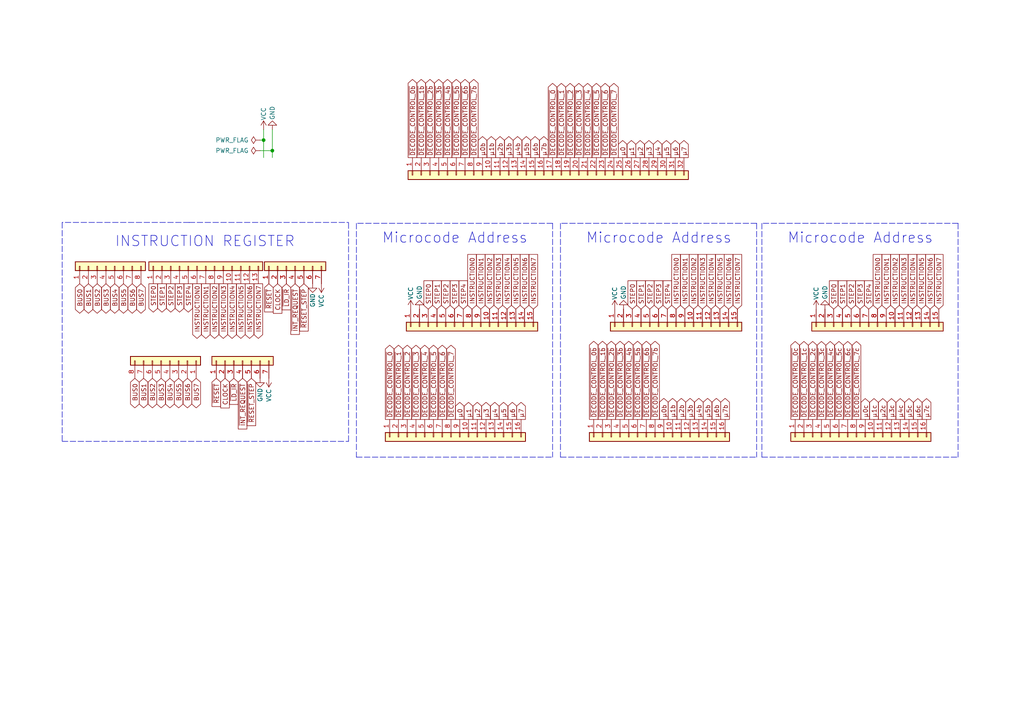
<source format=kicad_sch>
(kicad_sch (version 20211123) (generator eeschema)
  (paper "A4")
  (lib_symbols
    (symbol "Connector_Generic:Conn_01x07" (pin_names (offset 1.016) hide)
      (property "Reference" "J" (at 0 10.16 0))
      (property "Value" "Conn_01x07" (at 0 -10.16 0))
      (symbol "Conn_01x07_1_1"
        (rectangle (start -1.27 -7.493) (end 0 -7.747) (stroke (width 0.1524)))
        (rectangle (start -1.27 -4.953) (end 0 -5.207) (stroke (width 0.1524)))
        (rectangle (start -1.27 -2.413) (end 0 -2.667) (stroke (width 0.1524)))
        (rectangle (start -1.27 0.127) (end 0 -0.127) (stroke (width 0.1524)))
        (rectangle (start -1.27 2.667) (end 0 2.413) (stroke (width 0.1524)))
        (rectangle (start -1.27 5.207) (end 0 4.953) (stroke (width 0.1524)))
        (rectangle (start -1.27 7.747) (end 0 7.493) (stroke (width 0.1524)))
        (rectangle (start -1.27 8.89) (end 1.27 -8.89) (stroke (width 0.254)) (fill (type background)))
        (pin passive line (at -5.08 7.62 0) (length 3.81) (name "Pin_1") (number "1"))
        (pin passive line (at -5.08 5.08 0) (length 3.81) (name "Pin_2") (number "2"))
        (pin passive line (at -5.08 2.54 0) (length 3.81) (name "Pin_3") (number "3"))
        (pin passive line (at -5.08 0 0) (length 3.81) (name "Pin_4") (number "4"))
        (pin passive line (at -5.08 -2.54 0) (length 3.81) (name "Pin_5") (number "5"))
        (pin passive line (at -5.08 -5.08 0) (length 3.81) (name "Pin_6") (number "6"))
        (pin passive line (at -5.08 -7.62 0) (length 3.81) (name "Pin_7") (number "7"))
      )
    )
    (symbol "Connector_Generic:Conn_01x08" (pin_names (offset 1.016) hide)
      (property "Reference" "J" (at 0 10.16 0))
      (property "Value" "Conn_01x08" (at 0 -12.7 0))
      (symbol "Conn_01x08_1_1"
        (rectangle (start -1.27 -10.033) (end 0 -10.287) (stroke (width 0.1524)))
        (rectangle (start -1.27 -7.493) (end 0 -7.747) (stroke (width 0.1524)))
        (rectangle (start -1.27 -4.953) (end 0 -5.207) (stroke (width 0.1524)))
        (rectangle (start -1.27 -2.413) (end 0 -2.667) (stroke (width 0.1524)))
        (rectangle (start -1.27 0.127) (end 0 -0.127) (stroke (width 0.1524)))
        (rectangle (start -1.27 2.667) (end 0 2.413) (stroke (width 0.1524)))
        (rectangle (start -1.27 5.207) (end 0 4.953) (stroke (width 0.1524)))
        (rectangle (start -1.27 7.747) (end 0 7.493) (stroke (width 0.1524)))
        (rectangle (start -1.27 8.89) (end 1.27 -11.43) (stroke (width 0.254)) (fill (type background)))
        (pin passive line (at -5.08 7.62 0) (length 3.81) (name "Pin_1") (number "1"))
        (pin passive line (at -5.08 5.08 0) (length 3.81) (name "Pin_2") (number "2"))
        (pin passive line (at -5.08 2.54 0) (length 3.81) (name "Pin_3") (number "3"))
        (pin passive line (at -5.08 0 0) (length 3.81) (name "Pin_4") (number "4"))
        (pin passive line (at -5.08 -2.54 0) (length 3.81) (name "Pin_5") (number "5"))
        (pin passive line (at -5.08 -5.08 0) (length 3.81) (name "Pin_6") (number "6"))
        (pin passive line (at -5.08 -7.62 0) (length 3.81) (name "Pin_7") (number "7"))
        (pin passive line (at -5.08 -10.16 0) (length 3.81) (name "Pin_8") (number "8"))
      )
    )
    (symbol "Connector_Generic:Conn_01x13" (pin_names (offset 1.016) hide)
      (property "Reference" "J" (at 0 17.78 0))
      (property "Value" "Conn_01x13" (at 0 -17.78 0))
      (symbol "Conn_01x13_1_1"
        (rectangle (start -1.27 -15.113) (end 0 -15.367) (stroke (width 0.1524)))
        (rectangle (start -1.27 -12.573) (end 0 -12.827) (stroke (width 0.1524)))
        (rectangle (start -1.27 -10.033) (end 0 -10.287) (stroke (width 0.1524)))
        (rectangle (start -1.27 -7.493) (end 0 -7.747) (stroke (width 0.1524)))
        (rectangle (start -1.27 -4.953) (end 0 -5.207) (stroke (width 0.1524)))
        (rectangle (start -1.27 -2.413) (end 0 -2.667) (stroke (width 0.1524)))
        (rectangle (start -1.27 0.127) (end 0 -0.127) (stroke (width 0.1524)))
        (rectangle (start -1.27 2.667) (end 0 2.413) (stroke (width 0.1524)))
        (rectangle (start -1.27 5.207) (end 0 4.953) (stroke (width 0.1524)))
        (rectangle (start -1.27 7.747) (end 0 7.493) (stroke (width 0.1524)))
        (rectangle (start -1.27 10.287) (end 0 10.033) (stroke (width 0.1524)))
        (rectangle (start -1.27 12.827) (end 0 12.573) (stroke (width 0.1524)))
        (rectangle (start -1.27 15.367) (end 0 15.113) (stroke (width 0.1524)))
        (rectangle (start -1.27 16.51) (end 1.27 -16.51) (stroke (width 0.254)) (fill (type background)))
        (pin passive line (at -5.08 15.24 0) (length 3.81) (name "Pin_1") (number "1"))
        (pin passive line (at -5.08 -7.62 0) (length 3.81) (name "Pin_10") (number "10"))
        (pin passive line (at -5.08 -10.16 0) (length 3.81) (name "Pin_11") (number "11"))
        (pin passive line (at -5.08 -12.7 0) (length 3.81) (name "Pin_12") (number "12"))
        (pin passive line (at -5.08 -15.24 0) (length 3.81) (name "Pin_13") (number "13"))
        (pin passive line (at -5.08 12.7 0) (length 3.81) (name "Pin_2") (number "2"))
        (pin passive line (at -5.08 10.16 0) (length 3.81) (name "Pin_3") (number "3"))
        (pin passive line (at -5.08 7.62 0) (length 3.81) (name "Pin_4") (number "4"))
        (pin passive line (at -5.08 5.08 0) (length 3.81) (name "Pin_5") (number "5"))
        (pin passive line (at -5.08 2.54 0) (length 3.81) (name "Pin_6") (number "6"))
        (pin passive line (at -5.08 0 0) (length 3.81) (name "Pin_7") (number "7"))
        (pin passive line (at -5.08 -2.54 0) (length 3.81) (name "Pin_8") (number "8"))
        (pin passive line (at -5.08 -5.08 0) (length 3.81) (name "Pin_9") (number "9"))
      )
    )
    (symbol "Connector_Generic:Conn_01x15" (pin_names (offset 1.016) hide)
      (property "Reference" "J" (at 0 20.32 0))
      (property "Value" "Conn_01x15" (at 0 -20.32 0))
      (symbol "Conn_01x15_1_1"
        (rectangle (start -1.27 -17.653) (end 0 -17.907) (stroke (width 0.1524)))
        (rectangle (start -1.27 -15.113) (end 0 -15.367) (stroke (width 0.1524)))
        (rectangle (start -1.27 -12.573) (end 0 -12.827) (stroke (width 0.1524)))
        (rectangle (start -1.27 -10.033) (end 0 -10.287) (stroke (width 0.1524)))
        (rectangle (start -1.27 -7.493) (end 0 -7.747) (stroke (width 0.1524)))
        (rectangle (start -1.27 -4.953) (end 0 -5.207) (stroke (width 0.1524)))
        (rectangle (start -1.27 -2.413) (end 0 -2.667) (stroke (width 0.1524)))
        (rectangle (start -1.27 0.127) (end 0 -0.127) (stroke (width 0.1524)))
        (rectangle (start -1.27 2.667) (end 0 2.413) (stroke (width 0.1524)))
        (rectangle (start -1.27 5.207) (end 0 4.953) (stroke (width 0.1524)))
        (rectangle (start -1.27 7.747) (end 0 7.493) (stroke (width 0.1524)))
        (rectangle (start -1.27 10.287) (end 0 10.033) (stroke (width 0.1524)))
        (rectangle (start -1.27 12.827) (end 0 12.573) (stroke (width 0.1524)))
        (rectangle (start -1.27 15.367) (end 0 15.113) (stroke (width 0.1524)))
        (rectangle (start -1.27 17.907) (end 0 17.653) (stroke (width 0.1524)))
        (rectangle (start -1.27 19.05) (end 1.27 -19.05) (stroke (width 0.254)) (fill (type background)))
        (pin passive line (at -5.08 17.78 0) (length 3.81) (name "Pin_1") (number "1"))
        (pin passive line (at -5.08 -5.08 0) (length 3.81) (name "Pin_10") (number "10"))
        (pin passive line (at -5.08 -7.62 0) (length 3.81) (name "Pin_11") (number "11"))
        (pin passive line (at -5.08 -10.16 0) (length 3.81) (name "Pin_12") (number "12"))
        (pin passive line (at -5.08 -12.7 0) (length 3.81) (name "Pin_13") (number "13"))
        (pin passive line (at -5.08 -15.24 0) (length 3.81) (name "Pin_14") (number "14"))
        (pin passive line (at -5.08 -17.78 0) (length 3.81) (name "Pin_15") (number "15"))
        (pin passive line (at -5.08 15.24 0) (length 3.81) (name "Pin_2") (number "2"))
        (pin passive line (at -5.08 12.7 0) (length 3.81) (name "Pin_3") (number "3"))
        (pin passive line (at -5.08 10.16 0) (length 3.81) (name "Pin_4") (number "4"))
        (pin passive line (at -5.08 7.62 0) (length 3.81) (name "Pin_5") (number "5"))
        (pin passive line (at -5.08 5.08 0) (length 3.81) (name "Pin_6") (number "6"))
        (pin passive line (at -5.08 2.54 0) (length 3.81) (name "Pin_7") (number "7"))
        (pin passive line (at -5.08 0 0) (length 3.81) (name "Pin_8") (number "8"))
        (pin passive line (at -5.08 -2.54 0) (length 3.81) (name "Pin_9") (number "9"))
      )
    )
    (symbol "Connector_Generic:Conn_01x16" (pin_names (offset 1.016) hide)
      (property "Reference" "J" (at 0 20.32 0))
      (property "Value" "Conn_01x16" (at 0 -22.86 0))
      (symbol "Conn_01x16_1_1"
        (rectangle (start -1.27 -20.193) (end 0 -20.447) (stroke (width 0.1524)))
        (rectangle (start -1.27 -17.653) (end 0 -17.907) (stroke (width 0.1524)))
        (rectangle (start -1.27 -15.113) (end 0 -15.367) (stroke (width 0.1524)))
        (rectangle (start -1.27 -12.573) (end 0 -12.827) (stroke (width 0.1524)))
        (rectangle (start -1.27 -10.033) (end 0 -10.287) (stroke (width 0.1524)))
        (rectangle (start -1.27 -7.493) (end 0 -7.747) (stroke (width 0.1524)))
        (rectangle (start -1.27 -4.953) (end 0 -5.207) (stroke (width 0.1524)))
        (rectangle (start -1.27 -2.413) (end 0 -2.667) (stroke (width 0.1524)))
        (rectangle (start -1.27 0.127) (end 0 -0.127) (stroke (width 0.1524)))
        (rectangle (start -1.27 2.667) (end 0 2.413) (stroke (width 0.1524)))
        (rectangle (start -1.27 5.207) (end 0 4.953) (stroke (width 0.1524)))
        (rectangle (start -1.27 7.747) (end 0 7.493) (stroke (width 0.1524)))
        (rectangle (start -1.27 10.287) (end 0 10.033) (stroke (width 0.1524)))
        (rectangle (start -1.27 12.827) (end 0 12.573) (stroke (width 0.1524)))
        (rectangle (start -1.27 15.367) (end 0 15.113) (stroke (width 0.1524)))
        (rectangle (start -1.27 17.907) (end 0 17.653) (stroke (width 0.1524)))
        (rectangle (start -1.27 19.05) (end 1.27 -21.59) (stroke (width 0.254)) (fill (type background)))
        (pin passive line (at -5.08 17.78 0) (length 3.81) (name "Pin_1") (number "1"))
        (pin passive line (at -5.08 -5.08 0) (length 3.81) (name "Pin_10") (number "10"))
        (pin passive line (at -5.08 -7.62 0) (length 3.81) (name "Pin_11") (number "11"))
        (pin passive line (at -5.08 -10.16 0) (length 3.81) (name "Pin_12") (number "12"))
        (pin passive line (at -5.08 -12.7 0) (length 3.81) (name "Pin_13") (number "13"))
        (pin passive line (at -5.08 -15.24 0) (length 3.81) (name "Pin_14") (number "14"))
        (pin passive line (at -5.08 -17.78 0) (length 3.81) (name "Pin_15") (number "15"))
        (pin passive line (at -5.08 -20.32 0) (length 3.81) (name "Pin_16") (number "16"))
        (pin passive line (at -5.08 15.24 0) (length 3.81) (name "Pin_2") (number "2"))
        (pin passive line (at -5.08 12.7 0) (length 3.81) (name "Pin_3") (number "3"))
        (pin passive line (at -5.08 10.16 0) (length 3.81) (name "Pin_4") (number "4"))
        (pin passive line (at -5.08 7.62 0) (length 3.81) (name "Pin_5") (number "5"))
        (pin passive line (at -5.08 5.08 0) (length 3.81) (name "Pin_6") (number "6"))
        (pin passive line (at -5.08 2.54 0) (length 3.81) (name "Pin_7") (number "7"))
        (pin passive line (at -5.08 0 0) (length 3.81) (name "Pin_8") (number "8"))
        (pin passive line (at -5.08 -2.54 0) (length 3.81) (name "Pin_9") (number "9"))
      )
    )
    (symbol "Connector_Generic:Conn_01x32" (pin_names (offset 1.016) hide)
      (property "Reference" "J" (at 0 40.64 0))
      (property "Value" "Conn_01x32" (at 0 -43.18 0))
      (symbol "Conn_01x32_1_1"
        (rectangle (start -1.27 -40.513) (end 0 -40.767) (stroke (width 0.1524)))
        (rectangle (start -1.27 -37.973) (end 0 -38.227) (stroke (width 0.1524)))
        (rectangle (start -1.27 -35.433) (end 0 -35.687) (stroke (width 0.1524)))
        (rectangle (start -1.27 -32.893) (end 0 -33.147) (stroke (width 0.1524)))
        (rectangle (start -1.27 -30.353) (end 0 -30.607) (stroke (width 0.1524)))
        (rectangle (start -1.27 -27.813) (end 0 -28.067) (stroke (width 0.1524)))
        (rectangle (start -1.27 -25.273) (end 0 -25.527) (stroke (width 0.1524)))
        (rectangle (start -1.27 -22.733) (end 0 -22.987) (stroke (width 0.1524)))
        (rectangle (start -1.27 -20.193) (end 0 -20.447) (stroke (width 0.1524)))
        (rectangle (start -1.27 -17.653) (end 0 -17.907) (stroke (width 0.1524)))
        (rectangle (start -1.27 -15.113) (end 0 -15.367) (stroke (width 0.1524)))
        (rectangle (start -1.27 -12.573) (end 0 -12.827) (stroke (width 0.1524)))
        (rectangle (start -1.27 -10.033) (end 0 -10.287) (stroke (width 0.1524)))
        (rectangle (start -1.27 -7.493) (end 0 -7.747) (stroke (width 0.1524)))
        (rectangle (start -1.27 -4.953) (end 0 -5.207) (stroke (width 0.1524)))
        (rectangle (start -1.27 -2.413) (end 0 -2.667) (stroke (width 0.1524)))
        (rectangle (start -1.27 0.127) (end 0 -0.127) (stroke (width 0.1524)))
        (rectangle (start -1.27 2.667) (end 0 2.413) (stroke (width 0.1524)))
        (rectangle (start -1.27 5.207) (end 0 4.953) (stroke (width 0.1524)))
        (rectangle (start -1.27 7.747) (end 0 7.493) (stroke (width 0.1524)))
        (rectangle (start -1.27 10.287) (end 0 10.033) (stroke (width 0.1524)))
        (rectangle (start -1.27 12.827) (end 0 12.573) (stroke (width 0.1524)))
        (rectangle (start -1.27 15.367) (end 0 15.113) (stroke (width 0.1524)))
        (rectangle (start -1.27 17.907) (end 0 17.653) (stroke (width 0.1524)))
        (rectangle (start -1.27 20.447) (end 0 20.193) (stroke (width 0.1524)))
        (rectangle (start -1.27 22.987) (end 0 22.733) (stroke (width 0.1524)))
        (rectangle (start -1.27 25.527) (end 0 25.273) (stroke (width 0.1524)))
        (rectangle (start -1.27 28.067) (end 0 27.813) (stroke (width 0.1524)))
        (rectangle (start -1.27 30.607) (end 0 30.353) (stroke (width 0.1524)))
        (rectangle (start -1.27 33.147) (end 0 32.893) (stroke (width 0.1524)))
        (rectangle (start -1.27 35.687) (end 0 35.433) (stroke (width 0.1524)))
        (rectangle (start -1.27 38.227) (end 0 37.973) (stroke (width 0.1524)))
        (rectangle (start -1.27 39.37) (end 1.27 -41.91) (stroke (width 0.254)) (fill (type background)))
        (pin passive line (at -5.08 38.1 0) (length 3.81) (name "Pin_1") (number "1"))
        (pin passive line (at -5.08 15.24 0) (length 3.81) (name "Pin_10") (number "10"))
        (pin passive line (at -5.08 12.7 0) (length 3.81) (name "Pin_11") (number "11"))
        (pin passive line (at -5.08 10.16 0) (length 3.81) (name "Pin_12") (number "12"))
        (pin passive line (at -5.08 7.62 0) (length 3.81) (name "Pin_13") (number "13"))
        (pin passive line (at -5.08 5.08 0) (length 3.81) (name "Pin_14") (number "14"))
        (pin passive line (at -5.08 2.54 0) (length 3.81) (name "Pin_15") (number "15"))
        (pin passive line (at -5.08 0 0) (length 3.81) (name "Pin_16") (number "16"))
        (pin passive line (at -5.08 -2.54 0) (length 3.81) (name "Pin_17") (number "17"))
        (pin passive line (at -5.08 -5.08 0) (length 3.81) (name "Pin_18") (number "18"))
        (pin passive line (at -5.08 -7.62 0) (length 3.81) (name "Pin_19") (number "19"))
        (pin passive line (at -5.08 35.56 0) (length 3.81) (name "Pin_2") (number "2"))
        (pin passive line (at -5.08 -10.16 0) (length 3.81) (name "Pin_20") (number "20"))
        (pin passive line (at -5.08 -12.7 0) (length 3.81) (name "Pin_21") (number "21"))
        (pin passive line (at -5.08 -15.24 0) (length 3.81) (name "Pin_22") (number "22"))
        (pin passive line (at -5.08 -17.78 0) (length 3.81) (name "Pin_23") (number "23"))
        (pin passive line (at -5.08 -20.32 0) (length 3.81) (name "Pin_24") (number "24"))
        (pin passive line (at -5.08 -22.86 0) (length 3.81) (name "Pin_25") (number "25"))
        (pin passive line (at -5.08 -25.4 0) (length 3.81) (name "Pin_26") (number "26"))
        (pin passive line (at -5.08 -27.94 0) (length 3.81) (name "Pin_27") (number "27"))
        (pin passive line (at -5.08 -30.48 0) (length 3.81) (name "Pin_28") (number "28"))
        (pin passive line (at -5.08 -33.02 0) (length 3.81) (name "Pin_29") (number "29"))
        (pin passive line (at -5.08 33.02 0) (length 3.81) (name "Pin_3") (number "3"))
        (pin passive line (at -5.08 -35.56 0) (length 3.81) (name "Pin_30") (number "30"))
        (pin passive line (at -5.08 -38.1 0) (length 3.81) (name "Pin_31") (number "31"))
        (pin passive line (at -5.08 -40.64 0) (length 3.81) (name "Pin_32") (number "32"))
        (pin passive line (at -5.08 30.48 0) (length 3.81) (name "Pin_4") (number "4"))
        (pin passive line (at -5.08 27.94 0) (length 3.81) (name "Pin_5") (number "5"))
        (pin passive line (at -5.08 25.4 0) (length 3.81) (name "Pin_6") (number "6"))
        (pin passive line (at -5.08 22.86 0) (length 3.81) (name "Pin_7") (number "7"))
        (pin passive line (at -5.08 20.32 0) (length 3.81) (name "Pin_8") (number "8"))
        (pin passive line (at -5.08 17.78 0) (length 3.81) (name "Pin_9") (number "9"))
      )
    )
    (symbol "power:GND" (power) (pin_names (offset 0))
      (property "Value" "GND" (at 0 -3.81 0))
      (symbol "GND_0_1"
        (polyline (pts (xy 0 0) (xy 0 -1.27) (xy 1.27 -1.27) (xy 0 -2.54) (xy -1.27 -1.27) (xy 0 -1.27)))
      )
      (symbol "GND_1_1"
        (pin power_in line (at 0 0 270) (length 0) hide (name "GND") (number "1"))
      )
    )
    (symbol "power:PWR_FLAG" (power) (pin_numbers hide) (pin_names (offset 0) hide)
      (property "Value" "PWR_FLAG" (at 0 3.81 0))
      (symbol "PWR_FLAG_0_0"
        (pin power_out line (at 0 0 90) (length 0) (name "pwr") (number "1"))
      )
      (symbol "PWR_FLAG_0_1"
        (polyline (pts (xy 0 0) (xy 0 1.27) (xy -1.016 1.905) (xy 0 2.54) (xy 1.016 1.905) (xy 0 1.27)))
      )
    )
    (symbol "power:VCC" (power) (pin_names (offset 0))
      (property "Value" "VCC" (at 0 3.81 0))
      (symbol "VCC_0_1"
        (polyline (pts (xy -0.762 1.27) (xy 0 2.54)))
        (polyline (pts (xy 0 0) (xy 0 2.54)))
        (polyline (pts (xy 0 2.54) (xy 0.762 1.27)))
      )
      (symbol "VCC_1_1"
        (pin power_in line (at 0 0 90) (length 0) hide (name "VCC") (number "1"))
      )
    )
  )
  (junction (at 78.994 43.688))
  (junction (at 76.454 40.64))
  (wire (pts (xy 75.438 43.688) (xy 78.994 43.688)))
  (polyline (pts (xy 277.876 64.77) (xy 277.876 132.588)))
  (polyline (pts (xy 101.092 128.016) (xy 101.092 64.516)))
  (polyline (pts (xy 18.034 128.016) (xy 101.092 128.016)))
  (polyline (pts (xy 220.98 132.588) (xy 277.876 132.588)))
  (polyline (pts (xy 219.456 64.77) (xy 219.456 132.588)))
  (polyline (pts (xy 103.378 64.77) (xy 103.378 132.588)))
  (polyline (pts (xy 54.864 64.516) (xy 18.034 64.516)))
  (polyline (pts (xy 277.876 64.77) (xy 220.98 64.77)))
  (polyline (pts (xy 162.56 64.77) (xy 162.56 132.588)))
  (polyline (pts (xy 103.378 132.588) (xy 160.274 132.588)))
  (polyline (pts (xy 18.034 64.516) (xy 18.034 128.016)))
  (wire (pts (xy 78.994 43.688) (xy 78.994 45.72)))
  (wire (pts (xy 78.994 37.592) (xy 78.994 43.688)))
  (polyline (pts (xy 162.56 132.588) (xy 219.456 132.588)))
  (polyline (pts (xy 160.274 64.77) (xy 103.378 64.77)))
  (polyline (pts (xy 220.98 64.77) (xy 220.98 132.588)))
  (wire (pts (xy 76.454 37.592) (xy 76.454 40.64)))
  (polyline (pts (xy 160.274 64.77) (xy 160.274 132.588)))
  (wire (pts (xy 75.438 40.64) (xy 76.454 40.64)))
  (wire (pts (xy 76.454 40.64) (xy 76.454 45.72)))
  (polyline (pts (xy 54.864 64.516) (xy 101.092 64.516)))
  (polyline (pts (xy 219.456 64.77) (xy 162.56 64.77)))
  (text "Microcode Address" (at 169.926 70.866 0) (effects (font (size 3 3)) (justify left bottom)))
  (text "Microcode Address" (at 110.744 70.866 0) (effects (font (size 3 3)) (justify left bottom)))
  (text "INSTRUCTION REGISTER" (at 33.274 71.882 0) (effects (font (size 3 3)) (justify left bottom)))
  (text "Microcode Address" (at 228.346 70.866 0) (effects (font (size 3 3)) (justify left bottom)))
  (global_label "INSTRUCTION0" (shape input) (at 196.088 89.662 90) (property "Intersheet References" "${INTERSHEET_REFS}" (effects hide)))
  (global_label "μ1" (shape output) (at 183.134 45.72 90) (property "Intersheet References" "${INTERSHEET_REFS}" (effects hide)))
  (global_label "INSTRUCTION2" (shape input) (at 201.168 89.662 90) (property "Intersheet References" "${INTERSHEET_REFS}" (effects hide)))
  (global_label "CLOCK" (shape input) (at 65.278 109.728 270) (property "Intersheet References" "${INTERSHEET_REFS}" (effects hide)))
  (global_label "INSTRUCTION6" (shape output) (at 72.39 82.296 270) (property "Intersheet References" "${INTERSHEET_REFS}" (effects hide)))
  (global_label "~{LD_IR}" (shape input) (at 83.058 82.296 270) (property "Intersheet References" "${INTERSHEET_REFS}" (effects hide)))
  (global_label "~{DECODE_CONTROL_5b}" (shape output) (at 184.912 121.666 90) (property "Intersheet References" "${INTERSHEET_REFS}" (effects hide)))
  (global_label "~{DECODE_CONTROL_3}" (shape output) (at 120.65 121.666 90) (property "Intersheet References" "${INTERSHEET_REFS}" (effects hide)))
  (global_label "~{DECODE_CONTROL_4b}" (shape output) (at 129.794 45.72 90) (property "Intersheet References" "${INTERSHEET_REFS}" (effects hide)))
  (global_label "~{DECODE_CONTROL_3c}" (shape output) (at 238.252 121.666 90) (property "Intersheet References" "${INTERSHEET_REFS}" (effects hide)))
  (global_label "μ6c" (shape output) (at 266.192 121.666 90) (property "Intersheet References" "${INTERSHEET_REFS}" (effects hide)))
  (global_label "μ5c" (shape output) (at 263.652 121.666 90) (property "Intersheet References" "${INTERSHEET_REFS}" (effects hide)))
  (global_label "INSTRUCTION0" (shape output) (at 57.15 82.296 270) (property "Intersheet References" "${INTERSHEET_REFS}" (effects hide)))
  (global_label "~{DECODE_CONTROL_1b}" (shape output) (at 174.752 121.666 90) (property "Intersheet References" "${INTERSHEET_REFS}" (effects hide)))
  (global_label "INSTRUCTION2" (shape input) (at 141.986 89.662 90) (property "Intersheet References" "${INTERSHEET_REFS}" (effects hide)))
  (global_label "BUS5" (shape tri_state) (at 35.814 82.296 270) (property "Intersheet References" "${INTERSHEET_REFS}" (effects hide)))
  (global_label "INSTRUCTION6" (shape input) (at 152.146 89.662 90) (property "Intersheet References" "${INTERSHEET_REFS}" (effects hide)))
  (global_label "~{LD_IR}" (shape input) (at 67.818 109.728 270) (property "Intersheet References" "${INTERSHEET_REFS}" (effects hide)))
  (global_label "STEP1" (shape input) (at 244.348 89.662 90) (property "Intersheet References" "${INTERSHEET_REFS}" (effects hide)))
  (global_label "INSTRUCTION2" (shape input) (at 259.588 89.662 90) (property "Intersheet References" "${INTERSHEET_REFS}" (effects hide)))
  (global_label "μ3" (shape output) (at 188.214 45.72 90) (property "Intersheet References" "${INTERSHEET_REFS}" (effects hide)))
  (global_label "~{DECODE_CONTROL_7b}" (shape output) (at 137.414 45.72 90) (property "Intersheet References" "${INTERSHEET_REFS}" (effects hide)))
  (global_label "INSTRUCTION3" (shape input) (at 262.128 89.662 90) (property "Intersheet References" "${INTERSHEET_REFS}" (effects hide)))
  (global_label "STEP2" (shape output) (at 49.53 82.296 270) (property "Intersheet References" "${INTERSHEET_REFS}" (effects hide)))
  (global_label "μ3b" (shape output) (at 200.152 121.666 90) (property "Intersheet References" "${INTERSHEET_REFS}" (effects hide)))
  (global_label "μ2c" (shape output) (at 256.032 121.666 90) (property "Intersheet References" "${INTERSHEET_REFS}" (effects hide)))
  (global_label "INSTRUCTION0" (shape input) (at 136.906 89.662 90) (property "Intersheet References" "${INTERSHEET_REFS}" (effects hide)))
  (global_label "CLOCK" (shape input) (at 80.518 82.296 270) (property "Intersheet References" "${INTERSHEET_REFS}" (effects hide)))
  (global_label "~{DECODE_CONTROL_0}" (shape output) (at 160.274 45.72 90) (property "Intersheet References" "${INTERSHEET_REFS}" (effects hide)))
  (global_label "BUS6" (shape tri_state) (at 38.354 82.296 270) (property "Intersheet References" "${INTERSHEET_REFS}" (effects hide)))
  (global_label "~{DECODE_CONTROL_0c}" (shape output) (at 230.632 121.666 90) (property "Intersheet References" "${INTERSHEET_REFS}" (effects hide)))
  (global_label "μ1" (shape output) (at 135.89 121.666 90) (property "Intersheet References" "${INTERSHEET_REFS}" (effects hide)))
  (global_label "~{DECODE_CONTROL_7}" (shape output) (at 130.81 121.666 90) (property "Intersheet References" "${INTERSHEET_REFS}" (effects hide)))
  (global_label "INSTRUCTION1" (shape input) (at 257.048 89.662 90) (property "Intersheet References" "${INTERSHEET_REFS}" (effects hide)))
  (global_label "~{DECODE_CONTROL_6b}" (shape output) (at 187.452 121.666 90) (property "Intersheet References" "${INTERSHEET_REFS}" (effects hide)))
  (global_label "STEP0" (shape input) (at 183.388 89.662 90) (property "Intersheet References" "${INTERSHEET_REFS}" (effects hide)))
  (global_label "~{DECODE_CONTROL_1c}" (shape output) (at 233.172 121.666 90) (property "Intersheet References" "${INTERSHEET_REFS}" (effects hide)))
  (global_label "STEP0" (shape input) (at 124.206 89.662 90) (property "Intersheet References" "${INTERSHEET_REFS}" (effects hide)))
  (global_label "μ2" (shape output) (at 185.674 45.72 90) (property "Intersheet References" "${INTERSHEET_REFS}" (effects hide)))
  (global_label "BUS7" (shape tri_state) (at 56.896 109.728 270) (property "Intersheet References" "${INTERSHEET_REFS}" (effects hide)))
  (global_label "μ2b" (shape output) (at 197.612 121.666 90) (property "Intersheet References" "${INTERSHEET_REFS}" (effects hide)))
  (global_label "BUS2" (shape tri_state) (at 44.196 109.728 270) (property "Intersheet References" "${INTERSHEET_REFS}" (effects hide)))
  (global_label "INSTRUCTION5" (shape input) (at 267.208 89.662 90) (property "Intersheet References" "${INTERSHEET_REFS}" (effects hide)))
  (global_label "μ5b" (shape output) (at 152.654 45.72 90) (property "Intersheet References" "${INTERSHEET_REFS}" (effects hide)))
  (global_label "STEP3" (shape input) (at 131.826 89.662 90) (property "Intersheet References" "${INTERSHEET_REFS}" (effects hide)))
  (global_label "μ7" (shape output) (at 198.374 45.72 90) (property "Intersheet References" "${INTERSHEET_REFS}" (effects hide)))
  (global_label "~{DECODE_CONTROL_0b}" (shape output) (at 119.634 45.72 90) (property "Intersheet References" "${INTERSHEET_REFS}" (effects hide)))
  (global_label "μ7" (shape output) (at 151.13 121.666 90) (property "Intersheet References" "${INTERSHEET_REFS}" (effects hide)))
  (global_label "STEP1" (shape input) (at 185.928 89.662 90) (property "Intersheet References" "${INTERSHEET_REFS}" (effects hide)))
  (global_label "μ7b" (shape output) (at 157.734 45.72 90) (property "Intersheet References" "${INTERSHEET_REFS}" (effects hide)))
  (global_label "μ1c" (shape output) (at 253.492 121.666 90) (property "Intersheet References" "${INTERSHEET_REFS}" (effects hide)))
  (global_label "μ2" (shape output) (at 138.43 121.666 90) (property "Intersheet References" "${INTERSHEET_REFS}" (effects hide)))
  (global_label "STEP3" (shape output) (at 52.07 82.296 270) (property "Intersheet References" "${INTERSHEET_REFS}" (effects hide)))
  (global_label "INSTRUCTION1" (shape input) (at 198.628 89.662 90) (property "Intersheet References" "${INTERSHEET_REFS}" (effects hide)))
  (global_label "~{DECODE_CONTROL_7b}" (shape output) (at 189.992 121.666 90) (property "Intersheet References" "${INTERSHEET_REFS}" (effects hide)))
  (global_label "~{DECODE_CONTROL_4c}" (shape output) (at 240.792 121.666 90) (property "Intersheet References" "${INTERSHEET_REFS}" (effects hide)))
  (global_label "INSTRUCTION0" (shape input) (at 254.508 89.662 90) (property "Intersheet References" "${INTERSHEET_REFS}" (effects hide)))
  (global_label "~{DECODE_CONTROL_1b}" (shape output) (at 122.174 45.72 90) (property "Intersheet References" "${INTERSHEET_REFS}" (effects hide)))
  (global_label "~{DECODE_CONTROL_5}" (shape output) (at 172.974 45.72 90) (property "Intersheet References" "${INTERSHEET_REFS}" (effects hide)))
  (global_label "INSTRUCTION3" (shape input) (at 203.708 89.662 90) (property "Intersheet References" "${INTERSHEET_REFS}" (effects hide)))
  (global_label "μ4b" (shape output) (at 150.114 45.72 90) (property "Intersheet References" "${INTERSHEET_REFS}" (effects hide)))
  (global_label "BUS1" (shape tri_state) (at 41.656 109.728 270) (property "Intersheet References" "${INTERSHEET_REFS}" (effects hide)))
  (global_label "~{DECODE_CONTROL_1}" (shape output) (at 162.814 45.72 90) (property "Intersheet References" "${INTERSHEET_REFS}" (effects hide)))
  (global_label "~{RESET}" (shape input) (at 77.978 82.296 270) (property "Intersheet References" "${INTERSHEET_REFS}" (effects hide)))
  (global_label "INSTRUCTION7" (shape input) (at 272.288 89.662 90) (property "Intersheet References" "${INTERSHEET_REFS}" (effects hide)))
  (global_label "INSTRUCTION2" (shape output) (at 62.23 82.296 270) (property "Intersheet References" "${INTERSHEET_REFS}" (effects hide)))
  (global_label "INSTRUCTION7" (shape input) (at 154.686 89.662 90) (property "Intersheet References" "${INTERSHEET_REFS}" (effects hide)))
  (global_label "~{DECODE_CONTROL_2}" (shape output) (at 165.354 45.72 90) (property "Intersheet References" "${INTERSHEET_REFS}" (effects hide)))
  (global_label "~{DECODE_CONTROL_3b}" (shape output) (at 127.254 45.72 90) (property "Intersheet References" "${INTERSHEET_REFS}" (effects hide)))
  (global_label "~{DECODE_CONTROL_2c}" (shape output) (at 235.712 121.666 90) (property "Intersheet References" "${INTERSHEET_REFS}" (effects hide)))
  (global_label "μ7c" (shape output) (at 268.732 121.666 90) (property "Intersheet References" "${INTERSHEET_REFS}" (effects hide)))
  (global_label "μ0b" (shape output) (at 139.954 45.72 90) (property "Intersheet References" "${INTERSHEET_REFS}" (effects hide)))
  (global_label "INSTRUCTION4" (shape input) (at 147.066 89.662 90) (property "Intersheet References" "${INTERSHEET_REFS}" (effects hide)))
  (global_label "~{DECODE_CONTROL_6}" (shape output) (at 128.27 121.666 90) (property "Intersheet References" "${INTERSHEET_REFS}" (effects hide)))
  (global_label "STEP2" (shape input) (at 246.888 89.662 90) (property "Intersheet References" "${INTERSHEET_REFS}" (effects hide)))
  (global_label "~{DECODE_CONTROL_4b}" (shape output) (at 182.372 121.666 90) (property "Intersheet References" "${INTERSHEET_REFS}" (effects hide)))
  (global_label "INSTRUCTION6" (shape input) (at 211.328 89.662 90) (property "Intersheet References" "${INTERSHEET_REFS}" (effects hide)))
  (global_label "INSTRUCTION1" (shape input) (at 139.446 89.662 90) (property "Intersheet References" "${INTERSHEET_REFS}" (effects hide)))
  (global_label "~{DECODE_CONTROL_4}" (shape output) (at 123.19 121.666 90) (property "Intersheet References" "${INTERSHEET_REFS}" (effects hide)))
  (global_label "~{DECODE_CONTROL_5c}" (shape output) (at 243.332 121.666 90) (property "Intersheet References" "${INTERSHEET_REFS}" (effects hide)))
  (global_label "BUS3" (shape tri_state) (at 30.734 82.296 270) (property "Intersheet References" "${INTERSHEET_REFS}" (effects hide)))
  (global_label "BUS3" (shape tri_state) (at 46.736 109.728 270) (property "Intersheet References" "${INTERSHEET_REFS}" (effects hide)))
  (global_label "~{DECODE_CONTROL_5b}" (shape output) (at 132.334 45.72 90) (property "Intersheet References" "${INTERSHEET_REFS}" (effects hide)))
  (global_label "μ0" (shape output) (at 180.594 45.72 90) (property "Intersheet References" "${INTERSHEET_REFS}" (effects hide)))
  (global_label "INSTRUCTION6" (shape input) (at 269.748 89.662 90) (property "Intersheet References" "${INTERSHEET_REFS}" (effects hide)))
  (global_label "~{DECODE_CONTROL_5}" (shape output) (at 125.73 121.666 90) (property "Intersheet References" "${INTERSHEET_REFS}" (effects hide)))
  (global_label "BUS6" (shape tri_state) (at 54.356 109.728 270) (property "Intersheet References" "${INTERSHEET_REFS}" (effects hide)))
  (global_label "~{DECODE_CONTROL_2b}" (shape output) (at 177.292 121.666 90) (property "Intersheet References" "${INTERSHEET_REFS}" (effects hide)))
  (global_label "~{DECODE_CONTROL_2}" (shape output) (at 118.11 121.666 90) (property "Intersheet References" "${INTERSHEET_REFS}" (effects hide)))
  (global_label "~{DECODE_CONTROL_7}" (shape output) (at 178.054 45.72 90) (property "Intersheet References" "${INTERSHEET_REFS}" (effects hide)))
  (global_label "μ4c" (shape output) (at 261.112 121.666 90) (property "Intersheet References" "${INTERSHEET_REFS}" (effects hide)))
  (global_label "STEP1" (shape output) (at 46.99 82.296 270) (property "Intersheet References" "${INTERSHEET_REFS}" (effects hide)))
  (global_label "μ3c" (shape output) (at 258.572 121.666 90) (property "Intersheet References" "${INTERSHEET_REFS}" (effects hide)))
  (global_label "STEP3" (shape input) (at 191.008 89.662 90) (property "Intersheet References" "${INTERSHEET_REFS}" (effects hide)))
  (global_label "STEP4" (shape input) (at 193.548 89.662 90) (property "Intersheet References" "${INTERSHEET_REFS}" (effects hide)))
  (global_label "μ6" (shape output) (at 195.834 45.72 90) (property "Intersheet References" "${INTERSHEET_REFS}" (effects hide)))
  (global_label "INSTRUCTION1" (shape output) (at 59.69 82.296 270) (property "Intersheet References" "${INTERSHEET_REFS}" (effects hide)))
  (global_label "~{DECODE_CONTROL_6}" (shape output) (at 175.514 45.72 90) (property "Intersheet References" "${INTERSHEET_REFS}" (effects hide)))
  (global_label "μ6b" (shape output) (at 207.772 121.666 90) (property "Intersheet References" "${INTERSHEET_REFS}" (effects hide)))
  (global_label "STEP4" (shape output) (at 54.61 82.296 270) (property "Intersheet References" "${INTERSHEET_REFS}" (effects hide)))
  (global_label "BUS1" (shape tri_state) (at 25.654 82.296 270) (property "Intersheet References" "${INTERSHEET_REFS}" (effects hide)))
  (global_label "STEP0" (shape output) (at 44.45 82.296 270) (property "Intersheet References" "${INTERSHEET_REFS}" (effects hide)))
  (global_label "~{INT_REQUEST}" (shape input) (at 70.358 109.728 270) (property "Intersheet References" "${INTERSHEET_REFS}" (effects hide)))
  (global_label "~{RESET_STEP}" (shape input) (at 88.138 82.296 270) (property "Intersheet References" "${INTERSHEET_REFS}" (effects hide)))
  (global_label "~{DECODE_CONTROL_1}" (shape output) (at 115.57 121.666 90) (property "Intersheet References" "${INTERSHEET_REFS}" (effects hide)))
  (global_label "μ5" (shape output) (at 146.05 121.666 90) (property "Intersheet References" "${INTERSHEET_REFS}" (effects hide)))
  (global_label "~{DECODE_CONTROL_4}" (shape output) (at 170.434 45.72 90) (property "Intersheet References" "${INTERSHEET_REFS}" (effects hide)))
  (global_label "INSTRUCTION3" (shape input) (at 144.526 89.662 90) (property "Intersheet References" "${INTERSHEET_REFS}" (effects hide)))
  (global_label "BUS0" (shape tri_state) (at 39.116 109.728 270) (property "Intersheet References" "${INTERSHEET_REFS}" (effects hide)))
  (global_label "μ6" (shape output) (at 148.59 121.666 90) (property "Intersheet References" "${INTERSHEET_REFS}" (effects hide)))
  (global_label "BUS0" (shape tri_state) (at 23.114 82.296 270) (property "Intersheet References" "${INTERSHEET_REFS}" (effects hide)))
  (global_label "~{RESET}" (shape input) (at 62.738 109.728 270) (property "Intersheet References" "${INTERSHEET_REFS}" (effects hide)))
  (global_label "μ0c" (shape output) (at 250.952 121.666 90) (property "Intersheet References" "${INTERSHEET_REFS}" (effects hide)))
  (global_label "μ4" (shape output) (at 143.51 121.666 90) (property "Intersheet References" "${INTERSHEET_REFS}" (effects hide)))
  (global_label "~{DECODE_CONTROL_3b}" (shape output) (at 179.832 121.666 90) (property "Intersheet References" "${INTERSHEET_REFS}" (effects hide)))
  (global_label "~{INT_REQUEST}" (shape input) (at 85.598 82.296 270) (property "Intersheet References" "${INTERSHEET_REFS}" (effects hide)))
  (global_label "μ5b" (shape output) (at 205.232 121.666 90) (property "Intersheet References" "${INTERSHEET_REFS}" (effects hide)))
  (global_label "~{DECODE_CONTROL_6c}" (shape output) (at 245.872 121.666 90) (property "Intersheet References" "${INTERSHEET_REFS}" (effects hide)))
  (global_label "μ5" (shape output) (at 193.294 45.72 90) (property "Intersheet References" "${INTERSHEET_REFS}" (effects hide)))
  (global_label "STEP4" (shape input) (at 251.968 89.662 90) (property "Intersheet References" "${INTERSHEET_REFS}" (effects hide)))
  (global_label "μ0b" (shape output) (at 192.532 121.666 90) (property "Intersheet References" "${INTERSHEET_REFS}" (effects hide)))
  (global_label "STEP0" (shape input) (at 241.808 89.662 90) (property "Intersheet References" "${INTERSHEET_REFS}" (effects hide)))
  (global_label "STEP3" (shape input) (at 249.428 89.662 90) (property "Intersheet References" "${INTERSHEET_REFS}" (effects hide)))
  (global_label "~{RESET_STEP}" (shape input) (at 72.898 109.728 270) (property "Intersheet References" "${INTERSHEET_REFS}" (effects hide)))
  (global_label "μ0" (shape output) (at 133.35 121.666 90) (property "Intersheet References" "${INTERSHEET_REFS}" (effects hide)))
  (global_label "STEP2" (shape input) (at 129.286 89.662 90) (property "Intersheet References" "${INTERSHEET_REFS}" (effects hide)))
  (global_label "~{DECODE_CONTROL_7c}" (shape output) (at 248.412 121.666 90) (property "Intersheet References" "${INTERSHEET_REFS}" (effects hide)))
  (global_label "INSTRUCTION4" (shape output) (at 67.31 82.296 270) (property "Intersheet References" "${INTERSHEET_REFS}" (effects hide)))
  (global_label "~{DECODE_CONTROL_6b}" (shape output) (at 134.874 45.72 90) (property "Intersheet References" "${INTERSHEET_REFS}" (effects hide)))
  (global_label "INSTRUCTION4" (shape input) (at 264.668 89.662 90) (property "Intersheet References" "${INTERSHEET_REFS}" (effects hide)))
  (global_label "INSTRUCTION5" (shape input) (at 149.606 89.662 90) (property "Intersheet References" "${INTERSHEET_REFS}" (effects hide)))
  (global_label "INSTRUCTION5" (shape output) (at 69.85 82.296 270) (property "Intersheet References" "${INTERSHEET_REFS}" (effects hide)))
  (global_label "μ2b" (shape output) (at 145.034 45.72 90) (property "Intersheet References" "${INTERSHEET_REFS}" (effects hide)))
  (global_label "STEP4" (shape input) (at 134.366 89.662 90) (property "Intersheet References" "${INTERSHEET_REFS}" (effects hide)))
  (global_label "STEP2" (shape input) (at 188.468 89.662 90) (property "Intersheet References" "${INTERSHEET_REFS}" (effects hide)))
  (global_label "~{DECODE_CONTROL_2b}" (shape output) (at 124.714 45.72 90) (property "Intersheet References" "${INTERSHEET_REFS}" (effects hide)))
  (global_label "μ3b" (shape output) (at 147.574 45.72 90) (property "Intersheet References" "${INTERSHEET_REFS}" (effects hide)))
  (global_label "μ4b" (shape output) (at 202.692 121.666 90) (property "Intersheet References" "${INTERSHEET_REFS}" (effects hide)))
  (global_label "μ3" (shape output) (at 140.97 121.666 90) (property "Intersheet References" "${INTERSHEET_REFS}" (effects hide)))
  (global_label "~{DECODE_CONTROL_0}" (shape output) (at 113.03 121.666 90) (property "Intersheet References" "${INTERSHEET_REFS}" (effects hide)))
  (global_label "μ6b" (shape output) (at 155.194 45.72 90) (property "Intersheet References" "${INTERSHEET_REFS}" (effects hide)))
  (global_label "BUS2" (shape tri_state) (at 28.194 82.296 270) (property "Intersheet References" "${INTERSHEET_REFS}" (effects hide)))
  (global_label "BUS4" (shape tri_state) (at 49.276 109.728 270) (property "Intersheet References" "${INTERSHEET_REFS}" (effects hide)))
  (global_label "BUS5" (shape tri_state) (at 51.816 109.728 270) (property "Intersheet References" "${INTERSHEET_REFS}" (effects hide)))
  (global_label "BUS4" (shape tri_state) (at 33.274 82.296 270) (property "Intersheet References" "${INTERSHEET_REFS}" (effects hide)))
  (global_label "INSTRUCTION5" (shape input) (at 208.788 89.662 90) (property "Intersheet References" "${INTERSHEET_REFS}" (effects hide)))
  (global_label "μ4" (shape output) (at 190.754 45.72 90) (property "Intersheet References" "${INTERSHEET_REFS}" (effects hide)))
  (global_label "BUS7" (shape tri_state) (at 40.894 82.296 270) (property "Intersheet References" "${INTERSHEET_REFS}" (effects hide)))
  (global_label "INSTRUCTION4" (shape input) (at 206.248 89.662 90) (property "Intersheet References" "${INTERSHEET_REFS}" (effects hide)))
  (global_label "μ1b" (shape output) (at 195.072 121.666 90) (property "Intersheet References" "${INTERSHEET_REFS}" (effects hide)))
  (global_label "INSTRUCTION3" (shape output) (at 64.77 82.296 270) (property "Intersheet References" "${INTERSHEET_REFS}" (effects hide)))
  (global_label "μ1b" (shape output) (at 142.494 45.72 90) (property "Intersheet References" "${INTERSHEET_REFS}" (effects hide)))
  (global_label "μ7b" (shape output) (at 210.312 121.666 90) (property "Intersheet References" "${INTERSHEET_REFS}" (effects hide)))
  (global_label "~{DECODE_CONTROL_3}" (shape output) (at 167.894 45.72 90) (property "Intersheet References" "${INTERSHEET_REFS}" (effects hide)))
  (global_label "STEP1" (shape input) (at 126.746 89.662 90) (property "Intersheet References" "${INTERSHEET_REFS}" (effects hide)))
  (global_label "INSTRUCTION7" (shape output) (at 74.93 82.296 270) (property "Intersheet References" "${INTERSHEET_REFS}" (effects hide)))
  (global_label "INSTRUCTION7" (shape input) (at 213.868 89.662 90) (property "Intersheet References" "${INTERSHEET_REFS}" (effects hide)))
  (global_label "~{DECODE_CONTROL_0b}" (shape output) (at 172.212 121.666 90) (property "Intersheet References" "${INTERSHEET_REFS}" (effects hide)))
  (symbol (lib_id "Connector_Generic:Conn_01x32") (at 157.734 50.8 90) (mirror x) (unit 1)
    (property "Reference" "J10" (effects hide))
    (property "Value" "Conn_01x15" (effects hide))
    (property "Footprint" "Connector_PinHeader_2.54mm:PinHeader_1x32_P2.54mm_Horizontal" (effects hide))
  )
  (symbol (lib_id "power:VCC") (at 178.308 89.662 0) (unit 1)
    (property "Reference" "#PWR09" (effects hide))
    (property "Value" "VCC" (at 178.308 85.09 90))
  )
  (symbol (lib_id "power:GND") (at 180.848 89.662 180) (unit 1)
    (property "Reference" "#PWR010" (effects hide))
    (property "Value" "GND" (at 180.848 84.836 90))
  )
  (symbol (lib_id "Connector_Generic:Conn_01x07") (at 85.598 77.216 90) (unit 1)
    (property "Reference" "J6" (effects hide))
    (property "Value" "Conn_01x07" (effects hide))
    (property "Footprint" "Connector_PinSocket_2.54mm:PinSocket_1x07_P2.54mm_Vertical" (effects hide))
  )
  (symbol (lib_id "Connector_Generic:Conn_01x15") (at 254.508 94.742 90) (mirror x) (unit 1)
    (property "Reference" "J?" (effects hide))
    (property "Value" "Conn_01x15" (effects hide))
    (property "Footprint" "Connector_PinSocket_2.54mm:PinSocket_1x15_P2.54mm_Vertical" (effects hide))
  )
  (symbol (lib_id "power:PWR_FLAG") (at 75.438 40.64 90) (unit 1)
    (property "Reference" "#FLG01" (effects hide))
    (property "Value" "PWR_FLAG" (at 72.136 40.6399 90) (effects (justify left)))
  )
  (symbol (lib_id "power:GND") (at 121.666 89.662 180) (unit 1)
    (property "Reference" "#PWR08" (effects hide))
    (property "Value" "GND" (at 121.666 84.836 90))
  )
  (symbol (lib_id "Connector_Generic:Conn_01x16") (at 189.992 126.746 90) (mirror x) (unit 1)
    (property "Reference" "J11" (effects hide))
    (property "Value" "Conn_01x16" (effects hide))
    (property "Footprint" "Connector_PinSocket_2.54mm:PinSocket_1x16_P2.54mm_Vertical" (effects hide))
  )
  (symbol (lib_id "power:GND") (at 90.678 82.296 0) (unit 1)
    (property "Reference" "#PWR05" (effects hide))
    (property "Value" "GND" (at 90.678 87.122 90))
  )
  (symbol (lib_id "Connector_Generic:Conn_01x13") (at 59.69 77.216 90) (unit 1)
    (property "Reference" "J4" (effects hide))
    (property "Value" "Conn_01x13" (effects hide))
    (property "Footprint" "Connector_PinSocket_2.54mm:PinSocket_1x13_P2.54mm_Vertical" (effects hide))
  )
  (symbol (lib_id "Connector_Generic:Conn_01x16") (at 130.81 126.746 90) (mirror x) (unit 1)
    (property "Reference" "J8" (effects hide))
    (property "Value" "Conn_01x16" (effects hide))
    (property "Footprint" "Connector_PinSocket_2.54mm:PinSocket_1x16_P2.54mm_Vertical" (effects hide))
  )
  (symbol (lib_id "Connector_Generic:Conn_01x08") (at 49.276 104.648 270) (mirror x) (unit 1)
    (property "Reference" "J3" (effects hide))
    (property "Value" "Conn_01x08" (effects hide))
    (property "Footprint" "Connector_PinHeader_2.54mm:PinHeader_1x08_P2.54mm_Horizontal" (effects hide))
  )
  (symbol (lib_id "power:VCC") (at 77.978 109.728 180) (unit 1)
    (property "Reference" "#PWR03" (effects hide))
    (property "Value" "VCC" (at 77.978 112.776 90) (effects (justify left)))
  )
  (symbol (lib_id "Connector_Generic:Conn_01x15") (at 196.088 94.742 90) (mirror x) (unit 1)
    (property "Reference" "J12" (effects hide))
    (property "Value" "Conn_01x15" (effects hide))
    (property "Footprint" "Connector_PinSocket_2.54mm:PinSocket_1x15_P2.54mm_Vertical" (effects hide))
  )
  (symbol (lib_id "power:VCC") (at 76.454 37.592 0) (unit 1)
    (property "Reference" "#PWR02" (effects hide))
    (property "Value" "VCC" (at 76.454 33.02 90))
  )
  (symbol (lib_id "Connector_Generic:Conn_01x15") (at 136.906 94.742 90) (mirror x) (unit 1)
    (property "Reference" "J9" (effects hide))
    (property "Value" "Conn_01x15" (effects hide))
    (property "Footprint" "Connector_PinSocket_2.54mm:PinSocket_1x15_P2.54mm_Vertical" (effects hide))
  )
  (symbol (lib_id "power:GND") (at 75.438 109.728 0) (unit 1)
    (property "Reference" "#PWR01" (effects hide))
    (property "Value" "GND" (at 75.438 114.554 90))
  )
  (symbol (lib_id "power:VCC") (at 119.126 89.662 0) (unit 1)
    (property "Reference" "#PWR07" (effects hide))
    (property "Value" "VCC" (at 119.126 85.09 90))
  )
  (symbol (lib_id "Connector_Generic:Conn_01x07") (at 70.358 104.648 90) (unit 1)
    (property "Reference" "J5" (effects hide))
    (property "Value" "Conn_01x07" (effects hide))
    (property "Footprint" "Connector_PinHeader_2.54mm:PinHeader_1x07_P2.54mm_Horizontal" (effects hide))
  )
  (symbol (lib_id "power:GND") (at 78.994 37.592 180) (unit 1)
    (property "Reference" "#PWR04" (effects hide))
    (property "Value" "GND" (at 78.994 32.766 90))
  )
  (symbol (lib_id "power:VCC") (at 236.728 89.662 0) (unit 1)
    (property "Reference" "#PWR?" (effects hide))
    (property "Value" "VCC" (at 236.728 85.09 90))
  )
  (symbol (lib_id "power:VCC") (at 93.218 82.296 180) (unit 1)
    (property "Reference" "#PWR06" (effects hide))
    (property "Value" "VCC" (at 93.218 85.344 90) (effects (justify left)))
  )
  (symbol (lib_id "Connector_Generic:Conn_01x08") (at 30.734 77.216 90) (unit 1)
    (property "Reference" "J1" (effects hide))
    (property "Value" "Conn_01x08" (effects hide))
    (property "Footprint" "Connector_PinSocket_2.54mm:PinSocket_1x08_P2.54mm_Vertical" (effects hide))
  )
  (symbol (lib_id "power:GND") (at 239.268 89.662 180) (unit 1)
    (property "Reference" "#PWR?" (effects hide))
    (property "Value" "GND" (at 239.268 84.836 90))
  )
  (symbol (lib_id "Connector_Generic:Conn_01x16") (at 248.412 126.746 90) (mirror x) (unit 1)
    (property "Reference" "J?" (effects hide))
    (property "Value" "Conn_01x16" (effects hide))
    (property "Footprint" "Connector_PinSocket_2.54mm:PinSocket_1x16_P2.54mm_Vertical" (effects hide))
  )
  (symbol (lib_id "power:PWR_FLAG") (at 75.438 43.688 90) (unit 1)
    (property "Reference" "#FLG02" (effects hide))
    (property "Value" "PWR_FLAG" (at 72.136 43.6879 90) (effects (justify left)))
  )
)
</source>
